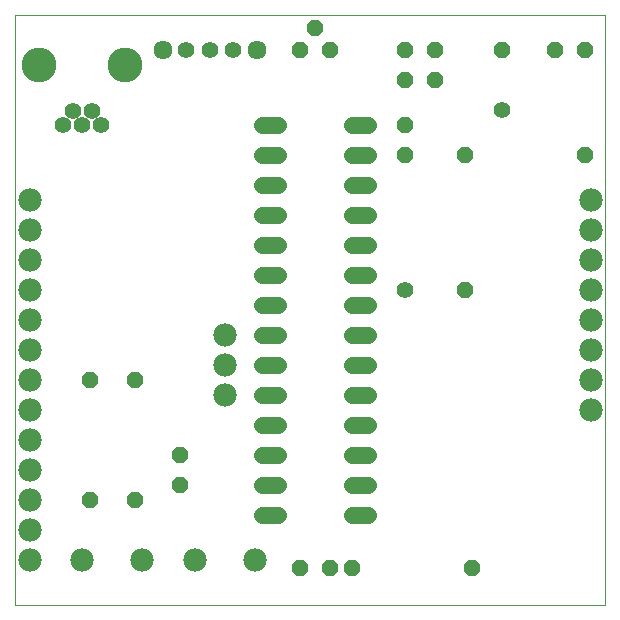
<source format=gbs>
G75*
%MOIN*%
%OFA0B0*%
%FSLAX25Y25*%
%IPPOS*%
%LPD*%
%AMOC8*
5,1,8,0,0,1.08239X$1,22.5*
%
%ADD10C,0.00000*%
%ADD11OC8,0.05600*%
%ADD12C,0.05600*%
%ADD13C,0.05550*%
%ADD14C,0.11620*%
%ADD15C,0.05600*%
%ADD16C,0.07800*%
%ADD17C,0.06337*%
D10*
X0006560Y0001800D02*
X0006560Y0198650D01*
X0203410Y0198650D01*
X0203410Y0001800D01*
X0006560Y0001800D01*
D11*
X0031560Y0036800D03*
X0046560Y0036800D03*
X0061560Y0041800D03*
X0061560Y0051800D03*
X0046560Y0076800D03*
X0031560Y0076800D03*
X0101560Y0014300D03*
X0111560Y0014300D03*
X0119060Y0014300D03*
X0159060Y0014300D03*
X0156560Y0106800D03*
X0156560Y0151800D03*
X0136560Y0151800D03*
X0136560Y0161800D03*
X0136560Y0176800D03*
X0146560Y0176800D03*
X0146560Y0186800D03*
X0136560Y0186800D03*
X0111560Y0186800D03*
X0106560Y0194300D03*
X0101560Y0186800D03*
X0169060Y0186800D03*
X0186560Y0186800D03*
X0196560Y0186800D03*
X0196560Y0151800D03*
D12*
X0169060Y0166800D03*
X0136560Y0106800D03*
D13*
X0079434Y0186800D03*
X0071560Y0186800D03*
X0063686Y0186800D03*
X0035359Y0161721D03*
X0032210Y0166446D03*
X0029060Y0161721D03*
X0025910Y0166446D03*
X0022761Y0161721D03*
D14*
X0014690Y0181800D03*
X0043430Y0181800D03*
D15*
X0088960Y0161800D02*
X0094160Y0161800D01*
X0094160Y0151800D02*
X0088960Y0151800D01*
X0088960Y0141800D02*
X0094160Y0141800D01*
X0094160Y0131800D02*
X0088960Y0131800D01*
X0088960Y0121800D02*
X0094160Y0121800D01*
X0094160Y0111800D02*
X0088960Y0111800D01*
X0088960Y0101800D02*
X0094160Y0101800D01*
X0094160Y0091800D02*
X0088960Y0091800D01*
X0088960Y0081800D02*
X0094160Y0081800D01*
X0094160Y0071800D02*
X0088960Y0071800D01*
X0088960Y0061800D02*
X0094160Y0061800D01*
X0094160Y0051800D02*
X0088960Y0051800D01*
X0088960Y0041800D02*
X0094160Y0041800D01*
X0094160Y0031800D02*
X0088960Y0031800D01*
X0118960Y0031800D02*
X0124160Y0031800D01*
X0124160Y0041800D02*
X0118960Y0041800D01*
X0118960Y0051800D02*
X0124160Y0051800D01*
X0124160Y0061800D02*
X0118960Y0061800D01*
X0118960Y0071800D02*
X0124160Y0071800D01*
X0124160Y0081800D02*
X0118960Y0081800D01*
X0118960Y0091800D02*
X0124160Y0091800D01*
X0124160Y0101800D02*
X0118960Y0101800D01*
X0118960Y0111800D02*
X0124160Y0111800D01*
X0124160Y0121800D02*
X0118960Y0121800D01*
X0118960Y0131800D02*
X0124160Y0131800D01*
X0124160Y0141800D02*
X0118960Y0141800D01*
X0118960Y0151800D02*
X0124160Y0151800D01*
X0124160Y0161800D02*
X0118960Y0161800D01*
D16*
X0076560Y0091800D03*
X0076560Y0081800D03*
X0076560Y0071800D03*
X0086560Y0016800D03*
X0066560Y0016800D03*
X0049060Y0016800D03*
X0029060Y0016800D03*
X0011560Y0016800D03*
X0011560Y0026800D03*
X0011560Y0036800D03*
X0011560Y0046800D03*
X0011560Y0056800D03*
X0011560Y0066800D03*
X0011560Y0076800D03*
X0011560Y0086800D03*
X0011560Y0096800D03*
X0011560Y0106800D03*
X0011560Y0116800D03*
X0011560Y0126800D03*
X0011560Y0136800D03*
X0198560Y0136800D03*
X0198560Y0126800D03*
X0198560Y0116800D03*
X0198560Y0106800D03*
X0198560Y0096800D03*
X0198560Y0086800D03*
X0198560Y0076800D03*
X0198560Y0066800D03*
D17*
X0087308Y0186800D03*
X0055812Y0186800D03*
M02*

</source>
